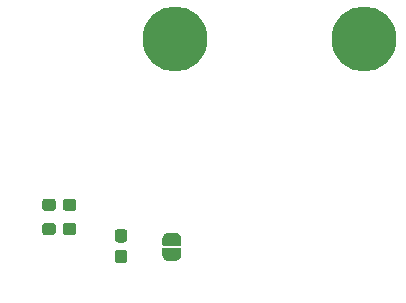
<source format=gbr>
%TF.GenerationSoftware,KiCad,Pcbnew,(5.1.6)-1*%
%TF.CreationDate,2020-11-09T21:27:46-05:00*%
%TF.ProjectId,LIghtBoard,4c496768-7442-46f6-9172-642e6b696361,rev?*%
%TF.SameCoordinates,Original*%
%TF.FileFunction,Soldermask,Bot*%
%TF.FilePolarity,Negative*%
%FSLAX46Y46*%
G04 Gerber Fmt 4.6, Leading zero omitted, Abs format (unit mm)*
G04 Created by KiCad (PCBNEW (5.1.6)-1) date 2020-11-09 21:27:46*
%MOMM*%
%LPD*%
G01*
G04 APERTURE LIST*
%ADD10C,5.500000*%
%ADD11C,0.100000*%
G04 APERTURE END LIST*
D10*
%TO.C,H1*%
X123900000Y-85100000D03*
%TD*%
%TO.C,C2*%
G36*
G01*
X113775000Y-100887500D02*
X113775000Y-101412500D01*
G75*
G02*
X113512500Y-101675000I-262500J0D01*
G01*
X112887500Y-101675000D01*
G75*
G02*
X112625000Y-101412500I0J262500D01*
G01*
X112625000Y-100887500D01*
G75*
G02*
X112887500Y-100625000I262500J0D01*
G01*
X113512500Y-100625000D01*
G75*
G02*
X113775000Y-100887500I0J-262500D01*
G01*
G37*
G36*
G01*
X115525000Y-100887500D02*
X115525000Y-101412500D01*
G75*
G02*
X115262500Y-101675000I-262500J0D01*
G01*
X114637500Y-101675000D01*
G75*
G02*
X114375000Y-101412500I0J262500D01*
G01*
X114375000Y-100887500D01*
G75*
G02*
X114637500Y-100625000I262500J0D01*
G01*
X115262500Y-100625000D01*
G75*
G02*
X115525000Y-100887500I0J-262500D01*
G01*
G37*
%TD*%
%TO.C,R1*%
G36*
G01*
X119037500Y-102900000D02*
X119562500Y-102900000D01*
G75*
G02*
X119825000Y-103162500I0J-262500D01*
G01*
X119825000Y-103787500D01*
G75*
G02*
X119562500Y-104050000I-262500J0D01*
G01*
X119037500Y-104050000D01*
G75*
G02*
X118775000Y-103787500I0J262500D01*
G01*
X118775000Y-103162500D01*
G75*
G02*
X119037500Y-102900000I262500J0D01*
G01*
G37*
G36*
G01*
X119037500Y-101150000D02*
X119562500Y-101150000D01*
G75*
G02*
X119825000Y-101412500I0J-262500D01*
G01*
X119825000Y-102037500D01*
G75*
G02*
X119562500Y-102300000I-262500J0D01*
G01*
X119037500Y-102300000D01*
G75*
G02*
X118775000Y-102037500I0J262500D01*
G01*
X118775000Y-101412500D01*
G75*
G02*
X119037500Y-101150000I262500J0D01*
G01*
G37*
%TD*%
D11*
%TO.C,JP1*%
G36*
X122800602Y-101993889D02*
G01*
X122800602Y-101975466D01*
X122800843Y-101970565D01*
X122805653Y-101921734D01*
X122806373Y-101916881D01*
X122815945Y-101868756D01*
X122817137Y-101863995D01*
X122831381Y-101817040D01*
X122833034Y-101812421D01*
X122851811Y-101767088D01*
X122853909Y-101762651D01*
X122877040Y-101719378D01*
X122879562Y-101715171D01*
X122906822Y-101674372D01*
X122909746Y-101670430D01*
X122940874Y-101632501D01*
X122944169Y-101628866D01*
X122978866Y-101594169D01*
X122982501Y-101590874D01*
X123020430Y-101559746D01*
X123024372Y-101556822D01*
X123065171Y-101529562D01*
X123069378Y-101527040D01*
X123112651Y-101503909D01*
X123117088Y-101501811D01*
X123162421Y-101483034D01*
X123167040Y-101481381D01*
X123213995Y-101467137D01*
X123218756Y-101465945D01*
X123266881Y-101456373D01*
X123271734Y-101455653D01*
X123320565Y-101450843D01*
X123325466Y-101450602D01*
X123343889Y-101450602D01*
X123350000Y-101450000D01*
X123850000Y-101450000D01*
X123856111Y-101450602D01*
X123874534Y-101450602D01*
X123879435Y-101450843D01*
X123928266Y-101455653D01*
X123933119Y-101456373D01*
X123981244Y-101465945D01*
X123986005Y-101467137D01*
X124032960Y-101481381D01*
X124037579Y-101483034D01*
X124082912Y-101501811D01*
X124087349Y-101503909D01*
X124130622Y-101527040D01*
X124134829Y-101529562D01*
X124175628Y-101556822D01*
X124179570Y-101559746D01*
X124217499Y-101590874D01*
X124221134Y-101594169D01*
X124255831Y-101628866D01*
X124259126Y-101632501D01*
X124290254Y-101670430D01*
X124293178Y-101674372D01*
X124320438Y-101715171D01*
X124322960Y-101719378D01*
X124346091Y-101762651D01*
X124348189Y-101767088D01*
X124366966Y-101812421D01*
X124368619Y-101817040D01*
X124382863Y-101863995D01*
X124384055Y-101868756D01*
X124393627Y-101916881D01*
X124394347Y-101921734D01*
X124399157Y-101970565D01*
X124399398Y-101975466D01*
X124399398Y-101993889D01*
X124400000Y-102000000D01*
X124400000Y-102500000D01*
X124399039Y-102509755D01*
X124396194Y-102519134D01*
X124391573Y-102527779D01*
X124385355Y-102535355D01*
X124377779Y-102541573D01*
X124369134Y-102546194D01*
X124359755Y-102549039D01*
X124350000Y-102550000D01*
X122850000Y-102550000D01*
X122840245Y-102549039D01*
X122830866Y-102546194D01*
X122822221Y-102541573D01*
X122814645Y-102535355D01*
X122808427Y-102527779D01*
X122803806Y-102519134D01*
X122800961Y-102509755D01*
X122800000Y-102500000D01*
X122800000Y-102000000D01*
X122800602Y-101993889D01*
G37*
G36*
X122800961Y-102790245D02*
G01*
X122803806Y-102780866D01*
X122808427Y-102772221D01*
X122814645Y-102764645D01*
X122822221Y-102758427D01*
X122830866Y-102753806D01*
X122840245Y-102750961D01*
X122850000Y-102750000D01*
X124350000Y-102750000D01*
X124359755Y-102750961D01*
X124369134Y-102753806D01*
X124377779Y-102758427D01*
X124385355Y-102764645D01*
X124391573Y-102772221D01*
X124396194Y-102780866D01*
X124399039Y-102790245D01*
X124400000Y-102800000D01*
X124400000Y-103300000D01*
X124399398Y-103306111D01*
X124399398Y-103324534D01*
X124399157Y-103329435D01*
X124394347Y-103378266D01*
X124393627Y-103383119D01*
X124384055Y-103431244D01*
X124382863Y-103436005D01*
X124368619Y-103482960D01*
X124366966Y-103487579D01*
X124348189Y-103532912D01*
X124346091Y-103537349D01*
X124322960Y-103580622D01*
X124320438Y-103584829D01*
X124293178Y-103625628D01*
X124290254Y-103629570D01*
X124259126Y-103667499D01*
X124255831Y-103671134D01*
X124221134Y-103705831D01*
X124217499Y-103709126D01*
X124179570Y-103740254D01*
X124175628Y-103743178D01*
X124134829Y-103770438D01*
X124130622Y-103772960D01*
X124087349Y-103796091D01*
X124082912Y-103798189D01*
X124037579Y-103816966D01*
X124032960Y-103818619D01*
X123986005Y-103832863D01*
X123981244Y-103834055D01*
X123933119Y-103843627D01*
X123928266Y-103844347D01*
X123879435Y-103849157D01*
X123874534Y-103849398D01*
X123856111Y-103849398D01*
X123850000Y-103850000D01*
X123350000Y-103850000D01*
X123343889Y-103849398D01*
X123325466Y-103849398D01*
X123320565Y-103849157D01*
X123271734Y-103844347D01*
X123266881Y-103843627D01*
X123218756Y-103834055D01*
X123213995Y-103832863D01*
X123167040Y-103818619D01*
X123162421Y-103816966D01*
X123117088Y-103798189D01*
X123112651Y-103796091D01*
X123069378Y-103772960D01*
X123065171Y-103770438D01*
X123024372Y-103743178D01*
X123020430Y-103740254D01*
X122982501Y-103709126D01*
X122978866Y-103705831D01*
X122944169Y-103671134D01*
X122940874Y-103667499D01*
X122909746Y-103629570D01*
X122906822Y-103625628D01*
X122879562Y-103584829D01*
X122877040Y-103580622D01*
X122853909Y-103537349D01*
X122851811Y-103532912D01*
X122833034Y-103487579D01*
X122831381Y-103482960D01*
X122817137Y-103436005D01*
X122815945Y-103431244D01*
X122806373Y-103383119D01*
X122805653Y-103378266D01*
X122800843Y-103329435D01*
X122800602Y-103324534D01*
X122800602Y-103306111D01*
X122800000Y-103300000D01*
X122800000Y-102800000D01*
X122800961Y-102790245D01*
G37*
%TD*%
D10*
%TO.C,H2*%
X139900000Y-85100000D03*
%TD*%
%TO.C,C1*%
G36*
G01*
X113775000Y-98837500D02*
X113775000Y-99362500D01*
G75*
G02*
X113512500Y-99625000I-262500J0D01*
G01*
X112887500Y-99625000D01*
G75*
G02*
X112625000Y-99362500I0J262500D01*
G01*
X112625000Y-98837500D01*
G75*
G02*
X112887500Y-98575000I262500J0D01*
G01*
X113512500Y-98575000D01*
G75*
G02*
X113775000Y-98837500I0J-262500D01*
G01*
G37*
G36*
G01*
X115525000Y-98837500D02*
X115525000Y-99362500D01*
G75*
G02*
X115262500Y-99625000I-262500J0D01*
G01*
X114637500Y-99625000D01*
G75*
G02*
X114375000Y-99362500I0J262500D01*
G01*
X114375000Y-98837500D01*
G75*
G02*
X114637500Y-98575000I262500J0D01*
G01*
X115262500Y-98575000D01*
G75*
G02*
X115525000Y-98837500I0J-262500D01*
G01*
G37*
%TD*%
M02*

</source>
